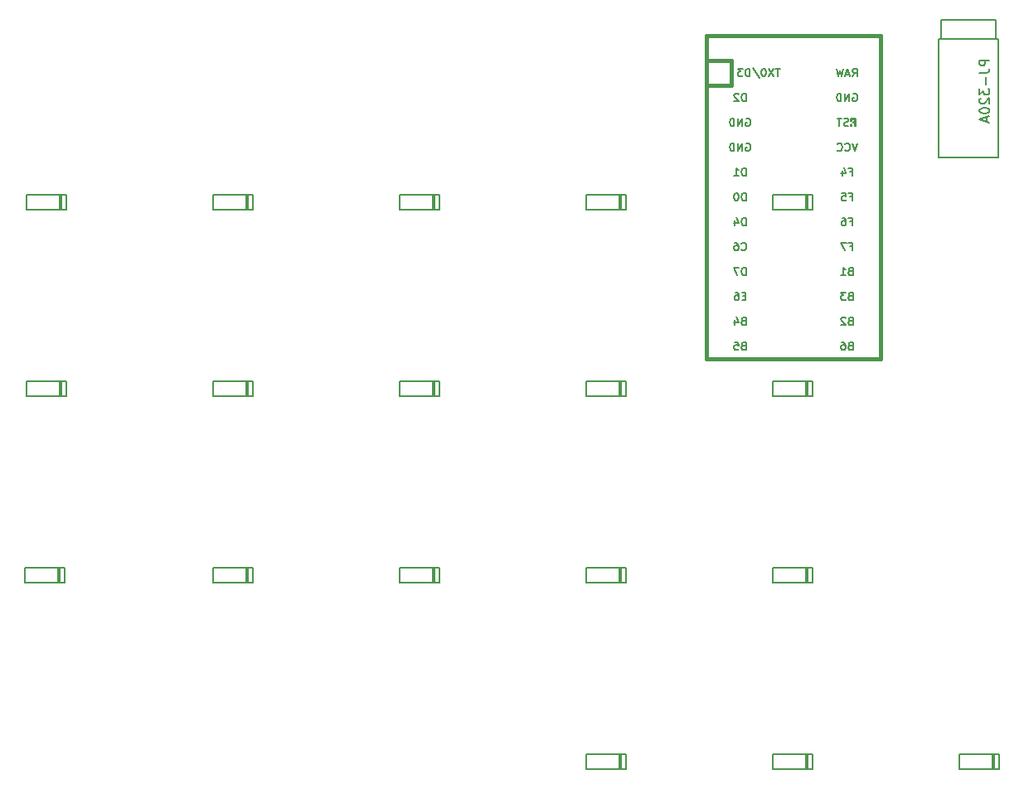
<source format=gbr>
G04 #@! TF.GenerationSoftware,KiCad,Pcbnew,(5.1.2)-2*
G04 #@! TF.CreationDate,2020-05-14T12:33:36-05:00*
G04 #@! TF.ProjectId,3DotDash,33446f74-4461-4736-982e-6b696361645f,rev?*
G04 #@! TF.SameCoordinates,Original*
G04 #@! TF.FileFunction,Legend,Bot*
G04 #@! TF.FilePolarity,Positive*
%FSLAX46Y46*%
G04 Gerber Fmt 4.6, Leading zero omitted, Abs format (unit mm)*
G04 Created by KiCad (PCBNEW (5.1.2)-2) date 2020-05-14 12:33:36*
%MOMM*%
%LPD*%
G04 APERTURE LIST*
%ADD10C,0.150000*%
%ADD11C,0.381000*%
%ADD12C,0.100000*%
G04 APERTURE END LIST*
D10*
X216400000Y-52450000D02*
X216400000Y-64550000D01*
X216400000Y-52450000D02*
X222500000Y-52450000D01*
X222500000Y-52450000D02*
X222500000Y-64550000D01*
X216400000Y-64550000D02*
X222500000Y-64550000D01*
X216650000Y-52450000D02*
X216650000Y-50450000D01*
X216650000Y-50450000D02*
X222250000Y-50450000D01*
X222250000Y-52450000D02*
X222250000Y-50450000D01*
D11*
X195262500Y-54610000D02*
X192722500Y-54610000D01*
X210502500Y-52070000D02*
X192722500Y-52070000D01*
X192722500Y-52070000D02*
X192722500Y-85090000D01*
X192722500Y-85090000D02*
X210502500Y-85090000D01*
X210502500Y-85090000D02*
X210502500Y-52070000D01*
D10*
G36*
X207457135Y-60499030D02*
G01*
X207457135Y-60599030D01*
X207957135Y-60599030D01*
X207957135Y-60499030D01*
X207457135Y-60499030D01*
G37*
X207457135Y-60499030D02*
X207457135Y-60599030D01*
X207957135Y-60599030D01*
X207957135Y-60499030D01*
X207457135Y-60499030D01*
G36*
X207457135Y-60499030D02*
G01*
X207457135Y-60799030D01*
X207557135Y-60799030D01*
X207557135Y-60499030D01*
X207457135Y-60499030D01*
G37*
X207457135Y-60499030D02*
X207457135Y-60799030D01*
X207557135Y-60799030D01*
X207557135Y-60499030D01*
X207457135Y-60499030D01*
G36*
X207457135Y-61099030D02*
G01*
X207457135Y-61299030D01*
X207557135Y-61299030D01*
X207557135Y-61099030D01*
X207457135Y-61099030D01*
G37*
X207457135Y-61099030D02*
X207457135Y-61299030D01*
X207557135Y-61299030D01*
X207557135Y-61099030D01*
X207457135Y-61099030D01*
G36*
X207857135Y-60499030D02*
G01*
X207857135Y-61299030D01*
X207957135Y-61299030D01*
X207957135Y-60499030D01*
X207857135Y-60499030D01*
G37*
X207857135Y-60499030D02*
X207857135Y-61299030D01*
X207957135Y-61299030D01*
X207957135Y-60499030D01*
X207857135Y-60499030D01*
G36*
X207657135Y-60899030D02*
G01*
X207657135Y-60999030D01*
X207757135Y-60999030D01*
X207757135Y-60899030D01*
X207657135Y-60899030D01*
G37*
X207657135Y-60899030D02*
X207657135Y-60999030D01*
X207757135Y-60999030D01*
X207757135Y-60899030D01*
X207657135Y-60899030D01*
D11*
X195262500Y-54610000D02*
X195262500Y-57150000D01*
X195262500Y-57150000D02*
X192722500Y-57150000D01*
D10*
X218546750Y-127040749D02*
X218546750Y-125516749D01*
X222610750Y-127040749D02*
X218546750Y-127040749D01*
D12*
G36*
X221848750Y-127040749D02*
G01*
X221848750Y-125516749D01*
X222102750Y-125516749D01*
X222102750Y-127040749D01*
X221848750Y-127040749D01*
G37*
X221848750Y-127040749D02*
X221848750Y-125516749D01*
X222102750Y-125516749D01*
X222102750Y-127040749D01*
X221848750Y-127040749D01*
D10*
X218546750Y-125516749D02*
X222610750Y-125516749D01*
X222610750Y-125516749D02*
X222610750Y-127040749D01*
X199496750Y-127040750D02*
X199496750Y-125516750D01*
X203560750Y-127040750D02*
X199496750Y-127040750D01*
D12*
G36*
X202798750Y-127040750D02*
G01*
X202798750Y-125516750D01*
X203052750Y-125516750D01*
X203052750Y-127040750D01*
X202798750Y-127040750D01*
G37*
X202798750Y-127040750D02*
X202798750Y-125516750D01*
X203052750Y-125516750D01*
X203052750Y-127040750D01*
X202798750Y-127040750D01*
D10*
X199496750Y-125516750D02*
X203560750Y-125516750D01*
X203560750Y-125516750D02*
X203560750Y-127040750D01*
X180446750Y-127040751D02*
X180446750Y-125516751D01*
X184510750Y-127040751D02*
X180446750Y-127040751D01*
D12*
G36*
X183748750Y-127040751D02*
G01*
X183748750Y-125516751D01*
X184002750Y-125516751D01*
X184002750Y-127040751D01*
X183748750Y-127040751D01*
G37*
X183748750Y-127040751D02*
X183748750Y-125516751D01*
X184002750Y-125516751D01*
X184002750Y-127040751D01*
X183748750Y-127040751D01*
D10*
X180446750Y-125516751D02*
X184510750Y-125516751D01*
X184510750Y-125516751D02*
X184510750Y-127040751D01*
X199496750Y-107990750D02*
X199496750Y-106466750D01*
X203560750Y-107990750D02*
X199496750Y-107990750D01*
D12*
G36*
X202798750Y-107990750D02*
G01*
X202798750Y-106466750D01*
X203052750Y-106466750D01*
X203052750Y-107990750D01*
X202798750Y-107990750D01*
G37*
X202798750Y-107990750D02*
X202798750Y-106466750D01*
X203052750Y-106466750D01*
X203052750Y-107990750D01*
X202798750Y-107990750D01*
D10*
X199496750Y-106466750D02*
X203560750Y-106466750D01*
X203560750Y-106466750D02*
X203560750Y-107990750D01*
X180446751Y-107990749D02*
X180446751Y-106466749D01*
X184510751Y-107990749D02*
X180446751Y-107990749D01*
D12*
G36*
X183748751Y-107990749D02*
G01*
X183748751Y-106466749D01*
X184002751Y-106466749D01*
X184002751Y-107990749D01*
X183748751Y-107990749D01*
G37*
X183748751Y-107990749D02*
X183748751Y-106466749D01*
X184002751Y-106466749D01*
X184002751Y-107990749D01*
X183748751Y-107990749D01*
D10*
X180446751Y-106466749D02*
X184510751Y-106466749D01*
X184510751Y-106466749D02*
X184510751Y-107990749D01*
X161396750Y-107990750D02*
X161396750Y-106466750D01*
X165460750Y-107990750D02*
X161396750Y-107990750D01*
D12*
G36*
X164698750Y-107990750D02*
G01*
X164698750Y-106466750D01*
X164952750Y-106466750D01*
X164952750Y-107990750D01*
X164698750Y-107990750D01*
G37*
X164698750Y-107990750D02*
X164698750Y-106466750D01*
X164952750Y-106466750D01*
X164952750Y-107990750D01*
X164698750Y-107990750D01*
D10*
X161396750Y-106466750D02*
X165460750Y-106466750D01*
X165460750Y-106466750D02*
X165460750Y-107990750D01*
X142346750Y-107990750D02*
X142346750Y-106466750D01*
X146410750Y-107990750D02*
X142346750Y-107990750D01*
D12*
G36*
X145648750Y-107990750D02*
G01*
X145648750Y-106466750D01*
X145902750Y-106466750D01*
X145902750Y-107990750D01*
X145648750Y-107990750D01*
G37*
X145648750Y-107990750D02*
X145648750Y-106466750D01*
X145902750Y-106466750D01*
X145902750Y-107990750D01*
X145648750Y-107990750D01*
D10*
X142346750Y-106466750D02*
X146410750Y-106466750D01*
X146410750Y-106466750D02*
X146410750Y-107990750D01*
X123138000Y-107990750D02*
X123138000Y-106466750D01*
X127202000Y-107990750D02*
X123138000Y-107990750D01*
D12*
G36*
X126440000Y-107990750D02*
G01*
X126440000Y-106466750D01*
X126694000Y-106466750D01*
X126694000Y-107990750D01*
X126440000Y-107990750D01*
G37*
X126440000Y-107990750D02*
X126440000Y-106466750D01*
X126694000Y-106466750D01*
X126694000Y-107990750D01*
X126440000Y-107990750D01*
D10*
X123138000Y-106466750D02*
X127202000Y-106466750D01*
X127202000Y-106466750D02*
X127202000Y-107990750D01*
X199496750Y-88940750D02*
X199496750Y-87416750D01*
X203560750Y-88940750D02*
X199496750Y-88940750D01*
D12*
G36*
X202798750Y-88940750D02*
G01*
X202798750Y-87416750D01*
X203052750Y-87416750D01*
X203052750Y-88940750D01*
X202798750Y-88940750D01*
G37*
X202798750Y-88940750D02*
X202798750Y-87416750D01*
X203052750Y-87416750D01*
X203052750Y-88940750D01*
X202798750Y-88940750D01*
D10*
X199496750Y-87416750D02*
X203560750Y-87416750D01*
X203560750Y-87416750D02*
X203560750Y-88940750D01*
X180446749Y-88940749D02*
X180446749Y-87416749D01*
X184510749Y-88940749D02*
X180446749Y-88940749D01*
D12*
G36*
X183748749Y-88940749D02*
G01*
X183748749Y-87416749D01*
X184002749Y-87416749D01*
X184002749Y-88940749D01*
X183748749Y-88940749D01*
G37*
X183748749Y-88940749D02*
X183748749Y-87416749D01*
X184002749Y-87416749D01*
X184002749Y-88940749D01*
X183748749Y-88940749D01*
D10*
X180446749Y-87416749D02*
X184510749Y-87416749D01*
X184510749Y-87416749D02*
X184510749Y-88940749D01*
X161396750Y-88940750D02*
X161396750Y-87416750D01*
X165460750Y-88940750D02*
X161396750Y-88940750D01*
D12*
G36*
X164698750Y-88940750D02*
G01*
X164698750Y-87416750D01*
X164952750Y-87416750D01*
X164952750Y-88940750D01*
X164698750Y-88940750D01*
G37*
X164698750Y-88940750D02*
X164698750Y-87416750D01*
X164952750Y-87416750D01*
X164952750Y-88940750D01*
X164698750Y-88940750D01*
D10*
X161396750Y-87416750D02*
X165460750Y-87416750D01*
X165460750Y-87416750D02*
X165460750Y-88940750D01*
X142346750Y-88940750D02*
X142346750Y-87416750D01*
X146410750Y-88940750D02*
X142346750Y-88940750D01*
D12*
G36*
X145648750Y-88940750D02*
G01*
X145648750Y-87416750D01*
X145902750Y-87416750D01*
X145902750Y-88940750D01*
X145648750Y-88940750D01*
G37*
X145648750Y-88940750D02*
X145648750Y-87416750D01*
X145902750Y-87416750D01*
X145902750Y-88940750D01*
X145648750Y-88940750D01*
D10*
X142346750Y-87416750D02*
X146410750Y-87416750D01*
X146410750Y-87416750D02*
X146410750Y-88940750D01*
X123296750Y-88940751D02*
X123296750Y-87416751D01*
X127360750Y-88940751D02*
X123296750Y-88940751D01*
D12*
G36*
X126598750Y-88940751D02*
G01*
X126598750Y-87416751D01*
X126852750Y-87416751D01*
X126852750Y-88940751D01*
X126598750Y-88940751D01*
G37*
X126598750Y-88940751D02*
X126598750Y-87416751D01*
X126852750Y-87416751D01*
X126852750Y-88940751D01*
X126598750Y-88940751D01*
D10*
X123296750Y-87416751D02*
X127360750Y-87416751D01*
X127360750Y-87416751D02*
X127360750Y-88940751D01*
X199496750Y-69890750D02*
X199496750Y-68366750D01*
X203560750Y-69890750D02*
X199496750Y-69890750D01*
D12*
G36*
X202798750Y-69890750D02*
G01*
X202798750Y-68366750D01*
X203052750Y-68366750D01*
X203052750Y-69890750D01*
X202798750Y-69890750D01*
G37*
X202798750Y-69890750D02*
X202798750Y-68366750D01*
X203052750Y-68366750D01*
X203052750Y-69890750D01*
X202798750Y-69890750D01*
D10*
X199496750Y-68366750D02*
X203560750Y-68366750D01*
X203560750Y-68366750D02*
X203560750Y-69890750D01*
X180446750Y-69890750D02*
X180446750Y-68366750D01*
X184510750Y-69890750D02*
X180446750Y-69890750D01*
D12*
G36*
X183748750Y-69890750D02*
G01*
X183748750Y-68366750D01*
X184002750Y-68366750D01*
X184002750Y-69890750D01*
X183748750Y-69890750D01*
G37*
X183748750Y-69890750D02*
X183748750Y-68366750D01*
X184002750Y-68366750D01*
X184002750Y-69890750D01*
X183748750Y-69890750D01*
D10*
X180446750Y-68366750D02*
X184510750Y-68366750D01*
X184510750Y-68366750D02*
X184510750Y-69890750D01*
X161396750Y-69890750D02*
X161396750Y-68366750D01*
X165460750Y-69890750D02*
X161396750Y-69890750D01*
D12*
G36*
X164698750Y-69890750D02*
G01*
X164698750Y-68366750D01*
X164952750Y-68366750D01*
X164952750Y-69890750D01*
X164698750Y-69890750D01*
G37*
X164698750Y-69890750D02*
X164698750Y-68366750D01*
X164952750Y-68366750D01*
X164952750Y-69890750D01*
X164698750Y-69890750D01*
D10*
X161396750Y-68366750D02*
X165460750Y-68366750D01*
X165460750Y-68366750D02*
X165460750Y-69890750D01*
X142346750Y-69890750D02*
X142346750Y-68366750D01*
X146410750Y-69890750D02*
X142346750Y-69890750D01*
D12*
G36*
X145648750Y-69890750D02*
G01*
X145648750Y-68366750D01*
X145902750Y-68366750D01*
X145902750Y-69890750D01*
X145648750Y-69890750D01*
G37*
X145648750Y-69890750D02*
X145648750Y-68366750D01*
X145902750Y-68366750D01*
X145902750Y-69890750D01*
X145648750Y-69890750D01*
D10*
X142346750Y-68366750D02*
X146410750Y-68366750D01*
X146410750Y-68366750D02*
X146410750Y-69890750D01*
X123296751Y-69890750D02*
X123296751Y-68366750D01*
X127360751Y-69890750D02*
X123296751Y-69890750D01*
D12*
G36*
X126598751Y-69890750D02*
G01*
X126598751Y-68366750D01*
X126852751Y-68366750D01*
X126852751Y-69890750D01*
X126598751Y-69890750D01*
G37*
X126598751Y-69890750D02*
X126598751Y-68366750D01*
X126852751Y-68366750D01*
X126852751Y-69890750D01*
X126598751Y-69890750D01*
D10*
X123296751Y-68366750D02*
X127360751Y-68366750D01*
X127360751Y-68366750D02*
X127360751Y-69890750D01*
X221602380Y-54580952D02*
X220602380Y-54580952D01*
X220602380Y-54961904D01*
X220650000Y-55057142D01*
X220697619Y-55104761D01*
X220792857Y-55152380D01*
X220935714Y-55152380D01*
X221030952Y-55104761D01*
X221078571Y-55057142D01*
X221126190Y-54961904D01*
X221126190Y-54580952D01*
X220602380Y-55866666D02*
X221316666Y-55866666D01*
X221459523Y-55819047D01*
X221554761Y-55723809D01*
X221602380Y-55580952D01*
X221602380Y-55485714D01*
X221221428Y-56342857D02*
X221221428Y-57104761D01*
X220602380Y-57485714D02*
X220602380Y-58104761D01*
X220983333Y-57771428D01*
X220983333Y-57914285D01*
X221030952Y-58009523D01*
X221078571Y-58057142D01*
X221173809Y-58104761D01*
X221411904Y-58104761D01*
X221507142Y-58057142D01*
X221554761Y-58009523D01*
X221602380Y-57914285D01*
X221602380Y-57628571D01*
X221554761Y-57533333D01*
X221507142Y-57485714D01*
X220697619Y-58485714D02*
X220650000Y-58533333D01*
X220602380Y-58628571D01*
X220602380Y-58866666D01*
X220650000Y-58961904D01*
X220697619Y-59009523D01*
X220792857Y-59057142D01*
X220888095Y-59057142D01*
X221030952Y-59009523D01*
X221602380Y-58438095D01*
X221602380Y-59057142D01*
X220602380Y-59676190D02*
X220602380Y-59771428D01*
X220650000Y-59866666D01*
X220697619Y-59914285D01*
X220792857Y-59961904D01*
X220983333Y-60009523D01*
X221221428Y-60009523D01*
X221411904Y-59961904D01*
X221507142Y-59914285D01*
X221554761Y-59866666D01*
X221602380Y-59771428D01*
X221602380Y-59676190D01*
X221554761Y-59580952D01*
X221507142Y-59533333D01*
X221411904Y-59485714D01*
X221221428Y-59438095D01*
X220983333Y-59438095D01*
X220792857Y-59485714D01*
X220697619Y-59533333D01*
X220650000Y-59580952D01*
X220602380Y-59676190D01*
X221316666Y-60390476D02*
X221316666Y-60866666D01*
X221602380Y-60295238D02*
X220602380Y-60628571D01*
X221602380Y-60961904D01*
X207185833Y-61263809D02*
X207071547Y-61301904D01*
X206881071Y-61301904D01*
X206804880Y-61263809D01*
X206766785Y-61225714D01*
X206728690Y-61149523D01*
X206728690Y-61073333D01*
X206766785Y-60997142D01*
X206804880Y-60959047D01*
X206881071Y-60920952D01*
X207033452Y-60882857D01*
X207109642Y-60844761D01*
X207147738Y-60806666D01*
X207185833Y-60730476D01*
X207185833Y-60654285D01*
X207147738Y-60578095D01*
X207109642Y-60540000D01*
X207033452Y-60501904D01*
X206842976Y-60501904D01*
X206728690Y-60540000D01*
X206500119Y-60501904D02*
X206042976Y-60501904D01*
X206271547Y-61301904D02*
X206271547Y-60501904D01*
X200231104Y-55441904D02*
X199773961Y-55441904D01*
X200002532Y-56241904D02*
X200002532Y-55441904D01*
X199583485Y-55441904D02*
X199050151Y-56241904D01*
X199050151Y-55441904D02*
X199583485Y-56241904D01*
X198593008Y-55441904D02*
X198516818Y-55441904D01*
X198440628Y-55480000D01*
X198402532Y-55518095D01*
X198364437Y-55594285D01*
X198326342Y-55746666D01*
X198326342Y-55937142D01*
X198364437Y-56089523D01*
X198402532Y-56165714D01*
X198440628Y-56203809D01*
X198516818Y-56241904D01*
X198593008Y-56241904D01*
X198669199Y-56203809D01*
X198707294Y-56165714D01*
X198745389Y-56089523D01*
X198783485Y-55937142D01*
X198783485Y-55746666D01*
X198745389Y-55594285D01*
X198707294Y-55518095D01*
X198669199Y-55480000D01*
X198593008Y-55441904D01*
X197412056Y-55403809D02*
X198097770Y-56432380D01*
X197145389Y-56241904D02*
X197145389Y-55441904D01*
X196954913Y-55441904D01*
X196840628Y-55480000D01*
X196764437Y-55556190D01*
X196726342Y-55632380D01*
X196688247Y-55784761D01*
X196688247Y-55899047D01*
X196726342Y-56051428D01*
X196764437Y-56127619D01*
X196840628Y-56203809D01*
X196954913Y-56241904D01*
X197145389Y-56241904D01*
X196421580Y-55441904D02*
X195926342Y-55441904D01*
X196193008Y-55746666D01*
X196078723Y-55746666D01*
X196002532Y-55784761D01*
X195964437Y-55822857D01*
X195926342Y-55899047D01*
X195926342Y-56089523D01*
X195964437Y-56165714D01*
X196002532Y-56203809D01*
X196078723Y-56241904D01*
X196307294Y-56241904D01*
X196383485Y-56203809D01*
X196421580Y-56165714D01*
X207397309Y-81222857D02*
X207283023Y-81260952D01*
X207244928Y-81299047D01*
X207206833Y-81375238D01*
X207206833Y-81489523D01*
X207244928Y-81565714D01*
X207283023Y-81603809D01*
X207359214Y-81641904D01*
X207663976Y-81641904D01*
X207663976Y-80841904D01*
X207397309Y-80841904D01*
X207321119Y-80880000D01*
X207283023Y-80918095D01*
X207244928Y-80994285D01*
X207244928Y-81070476D01*
X207283023Y-81146666D01*
X207321119Y-81184761D01*
X207397309Y-81222857D01*
X207663976Y-81222857D01*
X206902071Y-80918095D02*
X206863976Y-80880000D01*
X206787785Y-80841904D01*
X206597309Y-80841904D01*
X206521119Y-80880000D01*
X206483023Y-80918095D01*
X206444928Y-80994285D01*
X206444928Y-81070476D01*
X206483023Y-81184761D01*
X206940166Y-81641904D01*
X206444928Y-81641904D01*
X207340166Y-73602857D02*
X207606833Y-73602857D01*
X207606833Y-74021904D02*
X207606833Y-73221904D01*
X207225880Y-73221904D01*
X206997309Y-73221904D02*
X206463976Y-73221904D01*
X206806833Y-74021904D01*
X207340166Y-71062857D02*
X207606833Y-71062857D01*
X207606833Y-71481904D02*
X207606833Y-70681904D01*
X207225880Y-70681904D01*
X206578261Y-70681904D02*
X206730642Y-70681904D01*
X206806833Y-70720000D01*
X206844928Y-70758095D01*
X206921119Y-70872380D01*
X206959214Y-71024761D01*
X206959214Y-71329523D01*
X206921119Y-71405714D01*
X206883023Y-71443809D01*
X206806833Y-71481904D01*
X206654452Y-71481904D01*
X206578261Y-71443809D01*
X206540166Y-71405714D01*
X206502071Y-71329523D01*
X206502071Y-71139047D01*
X206540166Y-71062857D01*
X206578261Y-71024761D01*
X206654452Y-70986666D01*
X206806833Y-70986666D01*
X206883023Y-71024761D01*
X206921119Y-71062857D01*
X206959214Y-71139047D01*
X207340166Y-68522857D02*
X207606833Y-68522857D01*
X207606833Y-68941904D02*
X207606833Y-68141904D01*
X207225880Y-68141904D01*
X206540166Y-68141904D02*
X206921119Y-68141904D01*
X206959214Y-68522857D01*
X206921119Y-68484761D01*
X206844928Y-68446666D01*
X206654452Y-68446666D01*
X206578261Y-68484761D01*
X206540166Y-68522857D01*
X206502071Y-68599047D01*
X206502071Y-68789523D01*
X206540166Y-68865714D01*
X206578261Y-68903809D01*
X206654452Y-68941904D01*
X206844928Y-68941904D01*
X206921119Y-68903809D01*
X206959214Y-68865714D01*
X207625880Y-56241904D02*
X207892547Y-55860952D01*
X208083023Y-56241904D02*
X208083023Y-55441904D01*
X207778261Y-55441904D01*
X207702071Y-55480000D01*
X207663976Y-55518095D01*
X207625880Y-55594285D01*
X207625880Y-55708571D01*
X207663976Y-55784761D01*
X207702071Y-55822857D01*
X207778261Y-55860952D01*
X208083023Y-55860952D01*
X207321119Y-56013333D02*
X206940166Y-56013333D01*
X207397309Y-56241904D02*
X207130642Y-55441904D01*
X206863976Y-56241904D01*
X206673500Y-55441904D02*
X206483023Y-56241904D01*
X206330642Y-55670476D01*
X206178261Y-56241904D01*
X205987785Y-55441904D01*
X207683023Y-58020000D02*
X207759214Y-57981904D01*
X207873500Y-57981904D01*
X207987785Y-58020000D01*
X208063976Y-58096190D01*
X208102071Y-58172380D01*
X208140166Y-58324761D01*
X208140166Y-58439047D01*
X208102071Y-58591428D01*
X208063976Y-58667619D01*
X207987785Y-58743809D01*
X207873500Y-58781904D01*
X207797309Y-58781904D01*
X207683023Y-58743809D01*
X207644928Y-58705714D01*
X207644928Y-58439047D01*
X207797309Y-58439047D01*
X207302071Y-58781904D02*
X207302071Y-57981904D01*
X206844928Y-58781904D01*
X206844928Y-57981904D01*
X206463976Y-58781904D02*
X206463976Y-57981904D01*
X206273500Y-57981904D01*
X206159214Y-58020000D01*
X206083023Y-58096190D01*
X206044928Y-58172380D01*
X206006833Y-58324761D01*
X206006833Y-58439047D01*
X206044928Y-58591428D01*
X206083023Y-58667619D01*
X206159214Y-58743809D01*
X206273500Y-58781904D01*
X206463976Y-58781904D01*
X208140166Y-63061904D02*
X207873500Y-63861904D01*
X207606833Y-63061904D01*
X206883023Y-63785714D02*
X206921119Y-63823809D01*
X207035404Y-63861904D01*
X207111595Y-63861904D01*
X207225880Y-63823809D01*
X207302071Y-63747619D01*
X207340166Y-63671428D01*
X207378261Y-63519047D01*
X207378261Y-63404761D01*
X207340166Y-63252380D01*
X207302071Y-63176190D01*
X207225880Y-63100000D01*
X207111595Y-63061904D01*
X207035404Y-63061904D01*
X206921119Y-63100000D01*
X206883023Y-63138095D01*
X206083023Y-63785714D02*
X206121119Y-63823809D01*
X206235404Y-63861904D01*
X206311595Y-63861904D01*
X206425880Y-63823809D01*
X206502071Y-63747619D01*
X206540166Y-63671428D01*
X206578261Y-63519047D01*
X206578261Y-63404761D01*
X206540166Y-63252380D01*
X206502071Y-63176190D01*
X206425880Y-63100000D01*
X206311595Y-63061904D01*
X206235404Y-63061904D01*
X206121119Y-63100000D01*
X206083023Y-63138095D01*
X207340166Y-65982857D02*
X207606833Y-65982857D01*
X207606833Y-66401904D02*
X207606833Y-65601904D01*
X207225880Y-65601904D01*
X206578261Y-65868571D02*
X206578261Y-66401904D01*
X206768738Y-65563809D02*
X206959214Y-66135238D01*
X206463976Y-66135238D01*
X207397309Y-76142857D02*
X207283023Y-76180952D01*
X207244928Y-76219047D01*
X207206833Y-76295238D01*
X207206833Y-76409523D01*
X207244928Y-76485714D01*
X207283023Y-76523809D01*
X207359214Y-76561904D01*
X207663976Y-76561904D01*
X207663976Y-75761904D01*
X207397309Y-75761904D01*
X207321119Y-75800000D01*
X207283023Y-75838095D01*
X207244928Y-75914285D01*
X207244928Y-75990476D01*
X207283023Y-76066666D01*
X207321119Y-76104761D01*
X207397309Y-76142857D01*
X207663976Y-76142857D01*
X206444928Y-76561904D02*
X206902071Y-76561904D01*
X206673500Y-76561904D02*
X206673500Y-75761904D01*
X206749690Y-75876190D01*
X206825880Y-75952380D01*
X206902071Y-75990476D01*
X207397309Y-78682857D02*
X207283023Y-78720952D01*
X207244928Y-78759047D01*
X207206833Y-78835238D01*
X207206833Y-78949523D01*
X207244928Y-79025714D01*
X207283023Y-79063809D01*
X207359214Y-79101904D01*
X207663976Y-79101904D01*
X207663976Y-78301904D01*
X207397309Y-78301904D01*
X207321119Y-78340000D01*
X207283023Y-78378095D01*
X207244928Y-78454285D01*
X207244928Y-78530476D01*
X207283023Y-78606666D01*
X207321119Y-78644761D01*
X207397309Y-78682857D01*
X207663976Y-78682857D01*
X206940166Y-78301904D02*
X206444928Y-78301904D01*
X206711595Y-78606666D01*
X206597309Y-78606666D01*
X206521119Y-78644761D01*
X206483023Y-78682857D01*
X206444928Y-78759047D01*
X206444928Y-78949523D01*
X206483023Y-79025714D01*
X206521119Y-79063809D01*
X206597309Y-79101904D01*
X206825880Y-79101904D01*
X206902071Y-79063809D01*
X206940166Y-79025714D01*
X207397309Y-83762857D02*
X207283023Y-83800952D01*
X207244928Y-83839047D01*
X207206833Y-83915238D01*
X207206833Y-84029523D01*
X207244928Y-84105714D01*
X207283023Y-84143809D01*
X207359214Y-84181904D01*
X207663976Y-84181904D01*
X207663976Y-83381904D01*
X207397309Y-83381904D01*
X207321119Y-83420000D01*
X207283023Y-83458095D01*
X207244928Y-83534285D01*
X207244928Y-83610476D01*
X207283023Y-83686666D01*
X207321119Y-83724761D01*
X207397309Y-83762857D01*
X207663976Y-83762857D01*
X206521119Y-83381904D02*
X206673500Y-83381904D01*
X206749690Y-83420000D01*
X206787785Y-83458095D01*
X206863976Y-83572380D01*
X206902071Y-83724761D01*
X206902071Y-84029523D01*
X206863976Y-84105714D01*
X206825880Y-84143809D01*
X206749690Y-84181904D01*
X206597309Y-84181904D01*
X206521119Y-84143809D01*
X206483023Y-84105714D01*
X206444928Y-84029523D01*
X206444928Y-83839047D01*
X206483023Y-83762857D01*
X206521119Y-83724761D01*
X206597309Y-83686666D01*
X206749690Y-83686666D01*
X206825880Y-83724761D01*
X206863976Y-83762857D01*
X206902071Y-83839047D01*
X196475309Y-83762857D02*
X196361023Y-83800952D01*
X196322928Y-83839047D01*
X196284833Y-83915238D01*
X196284833Y-84029523D01*
X196322928Y-84105714D01*
X196361023Y-84143809D01*
X196437214Y-84181904D01*
X196741976Y-84181904D01*
X196741976Y-83381904D01*
X196475309Y-83381904D01*
X196399119Y-83420000D01*
X196361023Y-83458095D01*
X196322928Y-83534285D01*
X196322928Y-83610476D01*
X196361023Y-83686666D01*
X196399119Y-83724761D01*
X196475309Y-83762857D01*
X196741976Y-83762857D01*
X195561023Y-83381904D02*
X195941976Y-83381904D01*
X195980071Y-83762857D01*
X195941976Y-83724761D01*
X195865785Y-83686666D01*
X195675309Y-83686666D01*
X195599119Y-83724761D01*
X195561023Y-83762857D01*
X195522928Y-83839047D01*
X195522928Y-84029523D01*
X195561023Y-84105714D01*
X195599119Y-84143809D01*
X195675309Y-84181904D01*
X195865785Y-84181904D01*
X195941976Y-84143809D01*
X195980071Y-84105714D01*
X196475309Y-81222857D02*
X196361023Y-81260952D01*
X196322928Y-81299047D01*
X196284833Y-81375238D01*
X196284833Y-81489523D01*
X196322928Y-81565714D01*
X196361023Y-81603809D01*
X196437214Y-81641904D01*
X196741976Y-81641904D01*
X196741976Y-80841904D01*
X196475309Y-80841904D01*
X196399119Y-80880000D01*
X196361023Y-80918095D01*
X196322928Y-80994285D01*
X196322928Y-81070476D01*
X196361023Y-81146666D01*
X196399119Y-81184761D01*
X196475309Y-81222857D01*
X196741976Y-81222857D01*
X195599119Y-81108571D02*
X195599119Y-81641904D01*
X195789595Y-80803809D02*
X195980071Y-81375238D01*
X195484833Y-81375238D01*
X196703880Y-78682857D02*
X196437214Y-78682857D01*
X196322928Y-79101904D02*
X196703880Y-79101904D01*
X196703880Y-78301904D01*
X196322928Y-78301904D01*
X195637214Y-78301904D02*
X195789595Y-78301904D01*
X195865785Y-78340000D01*
X195903880Y-78378095D01*
X195980071Y-78492380D01*
X196018166Y-78644761D01*
X196018166Y-78949523D01*
X195980071Y-79025714D01*
X195941976Y-79063809D01*
X195865785Y-79101904D01*
X195713404Y-79101904D01*
X195637214Y-79063809D01*
X195599119Y-79025714D01*
X195561023Y-78949523D01*
X195561023Y-78759047D01*
X195599119Y-78682857D01*
X195637214Y-78644761D01*
X195713404Y-78606666D01*
X195865785Y-78606666D01*
X195941976Y-78644761D01*
X195980071Y-78682857D01*
X196018166Y-78759047D01*
X196741976Y-76561904D02*
X196741976Y-75761904D01*
X196551500Y-75761904D01*
X196437214Y-75800000D01*
X196361023Y-75876190D01*
X196322928Y-75952380D01*
X196284833Y-76104761D01*
X196284833Y-76219047D01*
X196322928Y-76371428D01*
X196361023Y-76447619D01*
X196437214Y-76523809D01*
X196551500Y-76561904D01*
X196741976Y-76561904D01*
X196018166Y-75761904D02*
X195484833Y-75761904D01*
X195827690Y-76561904D01*
X196284833Y-73945714D02*
X196322928Y-73983809D01*
X196437214Y-74021904D01*
X196513404Y-74021904D01*
X196627690Y-73983809D01*
X196703880Y-73907619D01*
X196741976Y-73831428D01*
X196780071Y-73679047D01*
X196780071Y-73564761D01*
X196741976Y-73412380D01*
X196703880Y-73336190D01*
X196627690Y-73260000D01*
X196513404Y-73221904D01*
X196437214Y-73221904D01*
X196322928Y-73260000D01*
X196284833Y-73298095D01*
X195599119Y-73221904D02*
X195751500Y-73221904D01*
X195827690Y-73260000D01*
X195865785Y-73298095D01*
X195941976Y-73412380D01*
X195980071Y-73564761D01*
X195980071Y-73869523D01*
X195941976Y-73945714D01*
X195903880Y-73983809D01*
X195827690Y-74021904D01*
X195675309Y-74021904D01*
X195599119Y-73983809D01*
X195561023Y-73945714D01*
X195522928Y-73869523D01*
X195522928Y-73679047D01*
X195561023Y-73602857D01*
X195599119Y-73564761D01*
X195675309Y-73526666D01*
X195827690Y-73526666D01*
X195903880Y-73564761D01*
X195941976Y-73602857D01*
X195980071Y-73679047D01*
X196741976Y-71481904D02*
X196741976Y-70681904D01*
X196551500Y-70681904D01*
X196437214Y-70720000D01*
X196361023Y-70796190D01*
X196322928Y-70872380D01*
X196284833Y-71024761D01*
X196284833Y-71139047D01*
X196322928Y-71291428D01*
X196361023Y-71367619D01*
X196437214Y-71443809D01*
X196551500Y-71481904D01*
X196741976Y-71481904D01*
X195599119Y-70948571D02*
X195599119Y-71481904D01*
X195789595Y-70643809D02*
X195980071Y-71215238D01*
X195484833Y-71215238D01*
X196761023Y-60560000D02*
X196837214Y-60521904D01*
X196951500Y-60521904D01*
X197065785Y-60560000D01*
X197141976Y-60636190D01*
X197180071Y-60712380D01*
X197218166Y-60864761D01*
X197218166Y-60979047D01*
X197180071Y-61131428D01*
X197141976Y-61207619D01*
X197065785Y-61283809D01*
X196951500Y-61321904D01*
X196875309Y-61321904D01*
X196761023Y-61283809D01*
X196722928Y-61245714D01*
X196722928Y-60979047D01*
X196875309Y-60979047D01*
X196380071Y-61321904D02*
X196380071Y-60521904D01*
X195922928Y-61321904D01*
X195922928Y-60521904D01*
X195541976Y-61321904D02*
X195541976Y-60521904D01*
X195351500Y-60521904D01*
X195237214Y-60560000D01*
X195161023Y-60636190D01*
X195122928Y-60712380D01*
X195084833Y-60864761D01*
X195084833Y-60979047D01*
X195122928Y-61131428D01*
X195161023Y-61207619D01*
X195237214Y-61283809D01*
X195351500Y-61321904D01*
X195541976Y-61321904D01*
X196761023Y-63100000D02*
X196837214Y-63061904D01*
X196951500Y-63061904D01*
X197065785Y-63100000D01*
X197141976Y-63176190D01*
X197180071Y-63252380D01*
X197218166Y-63404761D01*
X197218166Y-63519047D01*
X197180071Y-63671428D01*
X197141976Y-63747619D01*
X197065785Y-63823809D01*
X196951500Y-63861904D01*
X196875309Y-63861904D01*
X196761023Y-63823809D01*
X196722928Y-63785714D01*
X196722928Y-63519047D01*
X196875309Y-63519047D01*
X196380071Y-63861904D02*
X196380071Y-63061904D01*
X195922928Y-63861904D01*
X195922928Y-63061904D01*
X195541976Y-63861904D02*
X195541976Y-63061904D01*
X195351500Y-63061904D01*
X195237214Y-63100000D01*
X195161023Y-63176190D01*
X195122928Y-63252380D01*
X195084833Y-63404761D01*
X195084833Y-63519047D01*
X195122928Y-63671428D01*
X195161023Y-63747619D01*
X195237214Y-63823809D01*
X195351500Y-63861904D01*
X195541976Y-63861904D01*
X196741976Y-66401904D02*
X196741976Y-65601904D01*
X196551500Y-65601904D01*
X196437214Y-65640000D01*
X196361023Y-65716190D01*
X196322928Y-65792380D01*
X196284833Y-65944761D01*
X196284833Y-66059047D01*
X196322928Y-66211428D01*
X196361023Y-66287619D01*
X196437214Y-66363809D01*
X196551500Y-66401904D01*
X196741976Y-66401904D01*
X195522928Y-66401904D02*
X195980071Y-66401904D01*
X195751500Y-66401904D02*
X195751500Y-65601904D01*
X195827690Y-65716190D01*
X195903880Y-65792380D01*
X195980071Y-65830476D01*
X196741976Y-68941904D02*
X196741976Y-68141904D01*
X196551500Y-68141904D01*
X196437214Y-68180000D01*
X196361023Y-68256190D01*
X196322928Y-68332380D01*
X196284833Y-68484761D01*
X196284833Y-68599047D01*
X196322928Y-68751428D01*
X196361023Y-68827619D01*
X196437214Y-68903809D01*
X196551500Y-68941904D01*
X196741976Y-68941904D01*
X195789595Y-68141904D02*
X195713404Y-68141904D01*
X195637214Y-68180000D01*
X195599119Y-68218095D01*
X195561023Y-68294285D01*
X195522928Y-68446666D01*
X195522928Y-68637142D01*
X195561023Y-68789523D01*
X195599119Y-68865714D01*
X195637214Y-68903809D01*
X195713404Y-68941904D01*
X195789595Y-68941904D01*
X195865785Y-68903809D01*
X195903880Y-68865714D01*
X195941976Y-68789523D01*
X195980071Y-68637142D01*
X195980071Y-68446666D01*
X195941976Y-68294285D01*
X195903880Y-68218095D01*
X195865785Y-68180000D01*
X195789595Y-68141904D01*
X196741976Y-58781904D02*
X196741976Y-57981904D01*
X196551500Y-57981904D01*
X196437214Y-58020000D01*
X196361023Y-58096190D01*
X196322928Y-58172380D01*
X196284833Y-58324761D01*
X196284833Y-58439047D01*
X196322928Y-58591428D01*
X196361023Y-58667619D01*
X196437214Y-58743809D01*
X196551500Y-58781904D01*
X196741976Y-58781904D01*
X195980071Y-58058095D02*
X195941976Y-58020000D01*
X195865785Y-57981904D01*
X195675309Y-57981904D01*
X195599119Y-58020000D01*
X195561023Y-58058095D01*
X195522928Y-58134285D01*
X195522928Y-58210476D01*
X195561023Y-58324761D01*
X196018166Y-58781904D01*
X195522928Y-58781904D01*
M02*

</source>
